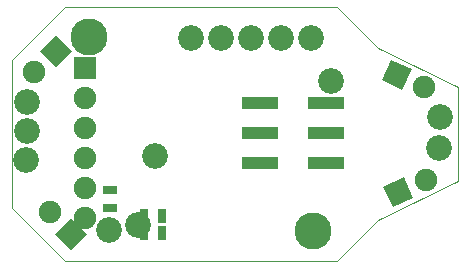
<source format=gbs>
G04 (created by PCBNEW (2013-jul-07)-stable) date Fri 12 Jun 2015 01:12:31 PM EDT*
%MOIN*%
G04 Gerber Fmt 3.4, Leading zero omitted, Abs format*
%FSLAX34Y34*%
G01*
G70*
G90*
G04 APERTURE LIST*
%ADD10C,0.00590551*%
%ADD11C,0.00393701*%
%ADD12R,0.1244X0.0434*%
%ADD13R,0.0504X0.0304*%
%ADD14R,0.0754X0.0754*%
%ADD15C,0.0754*%
%ADD16C,0.0854*%
%ADD17C,0.12351*%
%ADD18R,0.0304X0.0504*%
G04 APERTURE END LIST*
G54D10*
G54D11*
X28718Y-19360D02*
X19662Y-19360D01*
X28718Y-27825D02*
X19662Y-27825D01*
X19662Y-27825D02*
X17891Y-26053D01*
X17891Y-21132D02*
X19662Y-19360D01*
X32753Y-25167D02*
X30096Y-26447D01*
X32753Y-22018D02*
X32753Y-25167D01*
X30096Y-20738D02*
X32753Y-22018D01*
X17891Y-21132D02*
X17891Y-26053D01*
X28718Y-19360D02*
X30096Y-20738D01*
X28718Y-27825D02*
X30096Y-26447D01*
G54D12*
X26170Y-22551D03*
X26170Y-23551D03*
X26170Y-24551D03*
X28350Y-22551D03*
X28350Y-23551D03*
X28350Y-24551D03*
G54D13*
X21168Y-26049D03*
X21168Y-25449D03*
G54D14*
X20325Y-21395D03*
G54D15*
X20325Y-22395D03*
X20325Y-23395D03*
X20325Y-24395D03*
X20325Y-25395D03*
X20325Y-26395D03*
G54D16*
X21137Y-26807D03*
G54D10*
G36*
X19355Y-20281D02*
X19888Y-20814D01*
X19355Y-21347D01*
X18822Y-20814D01*
X19355Y-20281D01*
X19355Y-20281D01*
G37*
G54D15*
X18648Y-21521D03*
G54D10*
G36*
X30224Y-21792D02*
X30543Y-21108D01*
X31226Y-21427D01*
X30907Y-22110D01*
X30224Y-21792D01*
X30224Y-21792D01*
G37*
G54D15*
X31631Y-22032D03*
G54D10*
G36*
X30594Y-26032D02*
X30275Y-25348D01*
X30959Y-25030D01*
X31277Y-25713D01*
X30594Y-26032D01*
X30594Y-26032D01*
G37*
G54D15*
X31683Y-25108D03*
G54D10*
G36*
X20394Y-26908D02*
X19861Y-27441D01*
X19328Y-26908D01*
X19861Y-26375D01*
X20394Y-26908D01*
X20394Y-26908D01*
G37*
G54D15*
X19154Y-26201D03*
G54D16*
X32170Y-23010D03*
X32130Y-24060D03*
X22676Y-24314D03*
G54D17*
X20450Y-20344D03*
X27930Y-26840D03*
G54D16*
X24850Y-20400D03*
X25850Y-20400D03*
X26850Y-20400D03*
X23850Y-20400D03*
X18383Y-23494D03*
X18383Y-22510D03*
X18379Y-24462D03*
X27857Y-20381D03*
G54D18*
X22886Y-26325D03*
X22286Y-26325D03*
X22299Y-26897D03*
X22899Y-26897D03*
G54D16*
X22095Y-26636D03*
X28533Y-21840D03*
M02*

</source>
